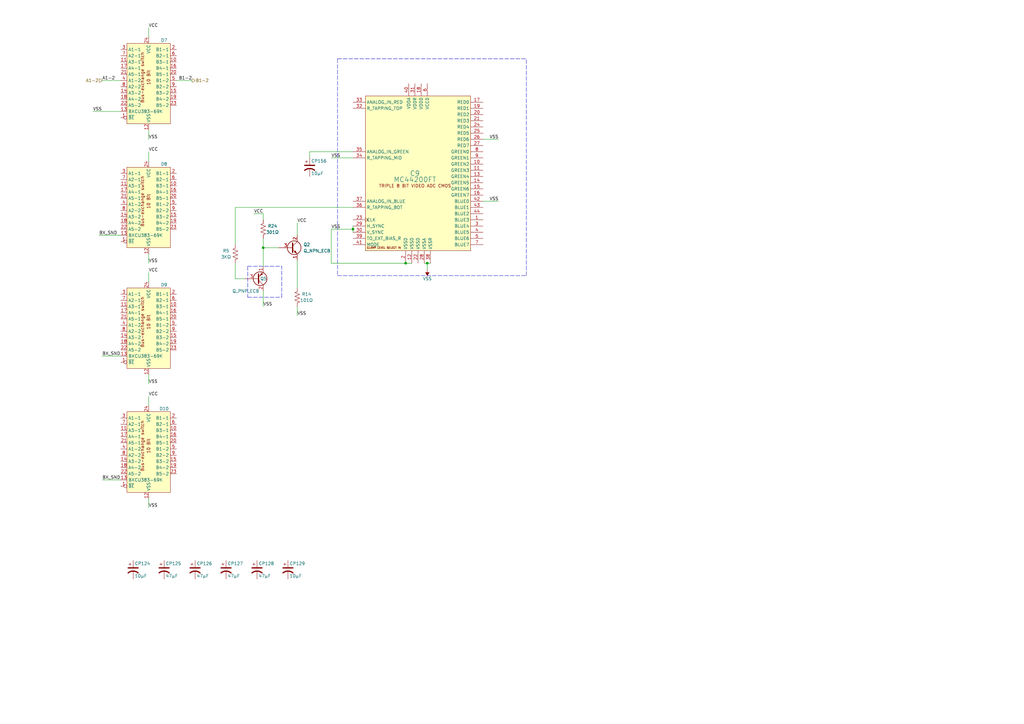
<source format=kicad_sch>
(kicad_sch (version 20211123) (generator eeschema)
  (paper "A3")
  (lib_symbols
    (symbol "CU383-69K_1"
      (property "Reference" "H1" (at 6.35 17.78 0))
      (property "Value" "CU383-69K_1" (at 0 -11.43 0))
      (symbol "CU383-69K_1_0_0"
        (text "10 Bit" (at 0 2.54 900) (effects (font (size 1.27 1.27))))
        (text "Bus-exchange switch" (at -2.54 2.54 900) (effects (font (size 1.27 1.27))))
      )
      (symbol "CU383-69K_1_0_1"
        (rectangle (start -8.89 16.51) (end 8.89 -16.51) (stroke (width 0.1524)) (fill (type background)))
      )
      (symbol "CU383-69K_1_1_1"
        (pin input inverted (at -11.43 -13.97 0) (length 2.54) (name "~{BE}") (number "1"))
        (pin bidirectional line (at 11.43 8.89 180) (length 2.54) (name "B3-1") (number "10"))
        (pin bidirectional line (at -11.43 8.89 0) (length 2.54) (name "A3-1") (number "11"))
        (pin power_in line (at 0 -19.05 90) (length 2.54) (name "VSS") (number "12"))
        (pin input line (at -11.43 -11.43 0) (length 2.54) (name "BX") (number "13"))
        (pin bidirectional line (at -11.43 -3.81 0) (length 2.54) (name "A3-2") (number "14"))
        (pin bidirectional line (at 11.43 -3.81 180) (length 2.54) (name "B3-2") (number "15"))
        (pin bidirectional line (at 11.43 6.35 180) (length 2.54) (name "B4-1") (number "16"))
        (pin bidirectional line (at -11.43 6.35 0) (length 2.54) (name "A4-1") (number "17"))
        (pin bidirectional line (at -11.43 -6.35 0) (length 2.54) (name "A4-2") (number "18"))
        (pin bidirectional line (at 11.43 -6.35 180) (length 2.54) (name "B4-2") (number "19"))
        (pin bidirectional line (at 11.43 13.97 180) (length 2.54) (name "B1-1") (number "2"))
        (pin bidirectional line (at 11.43 3.81 180) (length 2.54) (name "B5-1") (number "20"))
        (pin bidirectional line (at -11.43 3.81 0) (length 2.54) (name "A5-1") (number "21"))
        (pin bidirectional line (at -11.43 -8.89 0) (length 2.54) (name "A5-2") (number "22"))
        (pin bidirectional line (at 11.43 -8.89 180) (length 2.54) (name "B5-2") (number "23"))
        (pin power_in line (at 0 19.05 270) (length 2.54) (name "VCC") (number "24"))
        (pin bidirectional line (at -11.43 13.97 0) (length 2.54) (name "A1-1") (number "3"))
        (pin bidirectional line (at -11.43 1.27 0) (length 2.54) (name "A1-2") (number "4"))
        (pin bidirectional line (at 11.43 1.27 180) (length 2.54) (name "B1-2") (number "5"))
        (pin bidirectional line (at 11.43 11.43 180) (length 2.54) (name "B2-1") (number "6"))
        (pin bidirectional line (at -11.43 11.43 0) (length 2.54) (name "A2-1") (number "7"))
        (pin bidirectional line (at -11.43 -1.27 0) (length 2.54) (name "A2-2") (number "8"))
        (pin bidirectional line (at 11.43 -1.27 180) (length 2.54) (name "B2-2") (number "9"))
      )
    )
    (symbol "CU383-69K_2"
      (property "Reference" "H1" (at 6.35 17.78 0))
      (property "Value" "CU383-69K_2" (at 0 -11.43 0))
      (symbol "CU383-69K_2_0_0"
        (text "10 Bit" (at 0 2.54 900) (effects (font (size 1.27 1.27))))
        (text "Bus-exchange switch" (at -2.54 2.54 900) (effects (font (size 1.27 1.27))))
      )
      (symbol "CU383-69K_2_0_1"
        (rectangle (start -8.89 16.51) (end 8.89 -16.51) (stroke (width 0.1524)) (fill (type background)))
      )
      (symbol "CU383-69K_2_1_1"
        (pin input inverted (at -11.43 -13.97 0) (length 2.54) (name "~{BE}") (number "1"))
        (pin bidirectional line (at 11.43 8.89 180) (length 2.54) (name "B3-1") (number "10"))
        (pin bidirectional line (at -11.43 8.89 0) (length 2.54) (name "A3-1") (number "11"))
        (pin power_in line (at 0 -19.05 90) (length 2.54) (name "VSS") (number "12"))
        (pin input line (at -11.43 -11.43 0) (length 2.54) (name "BX") (number "13"))
        (pin bidirectional line (at -11.43 -3.81 0) (length 2.54) (name "A3-2") (number "14"))
        (pin bidirectional line (at 11.43 -3.81 180) (length 2.54) (name "B3-2") (number "15"))
        (pin bidirectional line (at 11.43 6.35 180) (length 2.54) (name "B4-1") (number "16"))
        (pin bidirectional line (at -11.43 6.35 0) (length 2.54) (name "A4-1") (number "17"))
        (pin bidirectional line (at -11.43 -6.35 0) (length 2.54) (name "A4-2") (number "18"))
        (pin bidirectional line (at 11.43 -6.35 180) (length 2.54) (name "B4-2") (number "19"))
        (pin bidirectional line (at 11.43 13.97 180) (length 2.54) (name "B1-1") (number "2"))
        (pin bidirectional line (at 11.43 3.81 180) (length 2.54) (name "B5-1") (number "20"))
        (pin bidirectional line (at -11.43 3.81 0) (length 2.54) (name "A5-1") (number "21"))
        (pin bidirectional line (at -11.43 -8.89 0) (length 2.54) (name "A5-2") (number "22"))
        (pin bidirectional line (at 11.43 -8.89 180) (length 2.54) (name "B5-2") (number "23"))
        (pin power_in line (at 0 19.05 270) (length 2.54) (name "VCC") (number "24"))
        (pin bidirectional line (at -11.43 13.97 0) (length 2.54) (name "A1-1") (number "3"))
        (pin bidirectional line (at -11.43 1.27 0) (length 2.54) (name "A1-2") (number "4"))
        (pin bidirectional line (at 11.43 1.27 180) (length 2.54) (name "B1-2") (number "5"))
        (pin bidirectional line (at 11.43 11.43 180) (length 2.54) (name "B2-1") (number "6"))
        (pin bidirectional line (at -11.43 11.43 0) (length 2.54) (name "A2-1") (number "7"))
        (pin bidirectional line (at -11.43 -1.27 0) (length 2.54) (name "A2-2") (number "8"))
        (pin bidirectional line (at 11.43 -1.27 180) (length 2.54) (name "B2-2") (number "9"))
      )
    )
    (symbol "CU383-69K_3"
      (property "Reference" "H1" (at 6.35 17.78 0))
      (property "Value" "CU383-69K_3" (at 0 -11.43 0))
      (symbol "CU383-69K_3_0_0"
        (text "10 Bit" (at 0 2.54 900) (effects (font (size 1.27 1.27))))
        (text "Bus-exchange switch" (at -2.54 2.54 900) (effects (font (size 1.27 1.27))))
      )
      (symbol "CU383-69K_3_0_1"
        (rectangle (start -8.89 16.51) (end 8.89 -16.51) (stroke (width 0.1524)) (fill (type background)))
      )
      (symbol "CU383-69K_3_1_1"
        (pin input inverted (at -11.43 -13.97 0) (length 2.54) (name "~{BE}") (number "1"))
        (pin bidirectional line (at 11.43 8.89 180) (length 2.54) (name "B3-1") (number "10"))
        (pin bidirectional line (at -11.43 8.89 0) (length 2.54) (name "A3-1") (number "11"))
        (pin power_in line (at 0 -19.05 90) (length 2.54) (name "VSS") (number "12"))
        (pin input line (at -11.43 -11.43 0) (length 2.54) (name "BX") (number "13"))
        (pin bidirectional line (at -11.43 -3.81 0) (length 2.54) (name "A3-2") (number "14"))
        (pin bidirectional line (at 11.43 -3.81 180) (length 2.54) (name "B3-2") (number "15"))
        (pin bidirectional line (at 11.43 6.35 180) (length 2.54) (name "B4-1") (number "16"))
        (pin bidirectional line (at -11.43 6.35 0) (length 2.54) (name "A4-1") (number "17"))
        (pin bidirectional line (at -11.43 -6.35 0) (length 2.54) (name "A4-2") (number "18"))
        (pin bidirectional line (at 11.43 -6.35 180) (length 2.54) (name "B4-2") (number "19"))
        (pin bidirectional line (at 11.43 13.97 180) (length 2.54) (name "B1-1") (number "2"))
        (pin bidirectional line (at 11.43 3.81 180) (length 2.54) (name "B5-1") (number "20"))
        (pin bidirectional line (at -11.43 3.81 0) (length 2.54) (name "A5-1") (number "21"))
        (pin bidirectional line (at -11.43 -8.89 0) (length 2.54) (name "A5-2") (number "22"))
        (pin bidirectional line (at 11.43 -8.89 180) (length 2.54) (name "B5-2") (number "23"))
        (pin power_in line (at 0 19.05 270) (length 2.54) (name "VCC") (number "24"))
        (pin bidirectional line (at -11.43 13.97 0) (length 2.54) (name "A1-1") (number "3"))
        (pin bidirectional line (at -11.43 1.27 0) (length 2.54) (name "A1-2") (number "4"))
        (pin bidirectional line (at 11.43 1.27 180) (length 2.54) (name "B1-2") (number "5"))
        (pin bidirectional line (at 11.43 11.43 180) (length 2.54) (name "B2-1") (number "6"))
        (pin bidirectional line (at -11.43 11.43 0) (length 2.54) (name "A2-1") (number "7"))
        (pin bidirectional line (at -11.43 -1.27 0) (length 2.54) (name "A2-2") (number "8"))
        (pin bidirectional line (at 11.43 -1.27 180) (length 2.54) (name "B2-2") (number "9"))
      )
    )
    (symbol "Device:C_Polarized_US" (pin_numbers hide) (pin_names (offset 0.254) hide)
      (property "Reference" "C" (at 0.635 2.54 0))
      (property "Value" "C_Polarized_US" (at 0.635 -2.54 0))
      (symbol "C_Polarized_US_0_1"
        (polyline (pts (xy -2.032 0.762) (xy 2.032 0.762)) (stroke (width 0.508)))
        (polyline (pts (xy -1.778 2.286) (xy -0.762 2.286)))
        (polyline (pts (xy -1.27 1.778) (xy -1.27 2.794)))
        (arc (start 2.032 -1.27) (mid 0 -0.5572) (end -2.032 -1.27) (stroke (width 0.508)))
      )
      (symbol "C_Polarized_US_1_1"
        (pin passive line (at 0 3.81 270) (length 2.794) (name "~") (number "1"))
        (pin passive line (at 0 -3.81 90) (length 3.302) (name "~") (number "2"))
      )
    )
    (symbol "Device:Q_NPN_ECB" (pin_names (offset 0) hide)
      (property "Reference" "Q" (at 5.08 1.27 0))
      (property "Value" "Q_NPN_ECB" (at 5.08 -1.27 0))
      (symbol "Q_NPN_ECB_0_1"
        (polyline (pts (xy 0.635 0.635) (xy 2.54 2.54)))
        (polyline (pts (xy 0.635 -0.635) (xy 2.54 -2.54) (xy 2.54 -2.54)))
        (polyline (pts (xy 0.635 1.905) (xy 0.635 -1.905) (xy 0.635 -1.905)) (stroke (width 0.508)))
        (polyline (pts (xy 1.27 -1.778) (xy 1.778 -1.27) (xy 2.286 -2.286) (xy 1.27 -1.778) (xy 1.27 -1.778)) (fill (type outline)))
        (circle (center 1.27 0) (radius 2.8194) (stroke (width 0.254)))
      )
      (symbol "Q_NPN_ECB_1_1"
        (pin passive line (at 2.54 -5.08 90) (length 2.54) (name "E") (number "1"))
        (pin passive line (at 2.54 5.08 270) (length 2.54) (name "C") (number "2"))
        (pin passive line (at -5.08 0 0) (length 5.715) (name "B") (number "3"))
      )
    )
    (symbol "Device:Q_PNP_ECB" (pin_names (offset 0) hide)
      (property "Reference" "Q" (at 5.08 1.27 0))
      (property "Value" "Q_PNP_ECB" (at 5.08 -1.27 0))
      (symbol "Q_PNP_ECB_0_1"
        (polyline (pts (xy 0.635 0.635) (xy 2.54 2.54)))
        (polyline (pts (xy 0.635 -0.635) (xy 2.54 -2.54) (xy 2.54 -2.54)))
        (polyline (pts (xy 0.635 1.905) (xy 0.635 -1.905) (xy 0.635 -1.905)) (stroke (width 0.508)))
        (polyline (pts (xy 2.286 -1.778) (xy 1.778 -2.286) (xy 1.27 -1.27) (xy 2.286 -1.778) (xy 2.286 -1.778)) (fill (type outline)))
        (circle (center 1.27 0) (radius 2.8194) (stroke (width 0.254)))
      )
      (symbol "Q_PNP_ECB_1_1"
        (pin passive line (at 2.54 -5.08 90) (length 2.54) (name "E") (number "1"))
        (pin passive line (at 2.54 5.08 270) (length 2.54) (name "C") (number "2"))
        (pin input line (at -5.08 0 0) (length 5.715) (name "B") (number "3"))
      )
    )
    (symbol "Device:R_US" (pin_numbers hide) (pin_names (offset 0))
      (property "Reference" "R" (at 2.54 0 90))
      (property "Value" "R_US" (at -2.54 0 90))
      (symbol "R_US_0_1"
        (polyline (pts (xy 0 -2.286) (xy 0 -2.54)))
        (polyline (pts (xy 0 2.286) (xy 0 2.54)))
        (polyline (pts (xy 0 -0.762) (xy 1.016 -1.143) (xy 0 -1.524) (xy -1.016 -1.905) (xy 0 -2.286)))
        (polyline (pts (xy 0 0.762) (xy 1.016 0.381) (xy 0 0) (xy -1.016 -0.381) (xy 0 -0.762)))
        (polyline (pts (xy 0 2.286) (xy 1.016 1.905) (xy 0 1.524) (xy -1.016 1.143) (xy 0 0.762)))
      )
      (symbol "R_US_1_1"
        (pin passive line (at 0 3.81 270) (length 1.27) (name "~") (number "1"))
        (pin passive line (at 0 -3.81 90) (length 1.27) (name "~") (number "2"))
      )
    )
    (symbol "arcade:CU383-69K"
      (property "Reference" "H1" (at 6.35 17.78 0))
      (property "Value" "CU383-69K" (at 0 -11.43 0))
      (symbol "CU383-69K_0_0"
        (text "10 Bit" (at 0 2.54 900) (effects (font (size 1.27 1.27))))
        (text "Bus-exchange switch" (at -2.54 2.54 900) (effects (font (size 1.27 1.27))))
      )
      (symbol "CU383-69K_0_1"
        (rectangle (start -8.89 16.51) (end 8.89 -16.51) (stroke (width 0.1524)) (fill (type background)))
      )
      (symbol "CU383-69K_1_1"
        (pin input inverted (at -11.43 -13.97 0) (length 2.54) (name "~{BE}") (number "1"))
        (pin bidirectional line (at 11.43 8.89 180) (length 2.54) (name "B3-1") (number "10"))
        (pin bidirectional line (at -11.43 8.89 0) (length 2.54) (name "A3-1") (number "11"))
        (pin power_in line (at 0 -19.05 90) (length 2.54) (name "VSS") (number "12"))
        (pin input line (at -11.43 -11.43 0) (length 2.54) (name "BX") (number "13"))
        (pin bidirectional line (at -11.43 -3.81 0) (length 2.54) (name "A3-2") (number "14"))
        (pin bidirectional line (at 11.43 -3.81 180) (length 2.54) (name "B3-2") (number "15"))
        (pin bidirectional line (at 11.43 6.35 180) (length 2.54) (name "B4-1") (number "16"))
        (pin bidirectional line (at -11.43 6.35 0) (length 2.54) (name "A4-1") (number "17"))
        (pin bidirectional line (at -11.43 -6.35 0) (length 2.54) (name "A4-2") (number "18"))
        (pin bidirectional line (at 11.43 -6.35 180) (length 2.54) (name "B4-2") (number "19"))
        (pin bidirectional line (at 11.43 13.97 180) (length 2.54) (name "B1-1") (number "2"))
        (pin bidirectional line (at 11.43 3.81 180) (length 2.54) (name "B5-1") (number "20"))
        (pin bidirectional line (at -11.43 3.81 0) (length 2.54) (name "A5-1") (number "21"))
        (pin bidirectional line (at -11.43 -8.89 0) (length 2.54) (name "A5-2") (number "22"))
        (pin bidirectional line (at 11.43 -8.89 180) (length 2.54) (name "B5-2") (number "23"))
        (pin power_in line (at 0 19.05 270) (length 2.54) (name "VCC") (number "24"))
        (pin bidirectional line (at -11.43 13.97 0) (length 2.54) (name "A1-1") (number "3"))
        (pin bidirectional line (at -11.43 1.27 0) (length 2.54) (name "A1-2") (number "4"))
        (pin bidirectional line (at 11.43 1.27 180) (length 2.54) (name "B1-2") (number "5"))
        (pin bidirectional line (at 11.43 11.43 180) (length 2.54) (name "B2-1") (number "6"))
        (pin bidirectional line (at -11.43 11.43 0) (length 2.54) (name "A2-1") (number "7"))
        (pin bidirectional line (at -11.43 -1.27 0) (length 2.54) (name "A2-2") (number "8"))
        (pin bidirectional line (at 11.43 -1.27 180) (length 2.54) (name "B2-2") (number "9"))
      )
    )
    (symbol "arcade:MC44200FT"
      (property "Reference" "U" (at -1.27 3.81 0))
      (property "Value" "MC44200FT" (at -1.27 1.27 0))
      (symbol "MC44200FT_0_0"
        (text "CLAMP LEVEL SELECT IN" (at -13.97 -26.67 0) (effects (font (size 0.762 0.762))))
        (text "TRIPLE 8 BIT VIDEO ADC CMOS" (at -1.27 -1.27 0) (effects (font (size 1.27 1.27))))
      )
      (symbol "MC44200FT_0_1"
        (rectangle (start -21.59 35.56) (end 21.59 -27.94) (stroke (width 0.1524)) (fill (type background)))
      )
      (symbol "MC44200FT_1_1"
        (pin output line (at 26.67 -15.24 180) (length 5.08) (name "BLUE3") (number "1"))
        (pin output line (at 26.67 7.62 180) (length 5.08) (name "GREEN2") (number "10"))
        (pin output line (at 26.67 5.08 180) (length 5.08) (name "GREEN3") (number "11"))
        (pin power_in line (at -2.54 -33.02 90) (length 5.08) (name "VSSD") (number "12"))
        (pin output line (at 26.67 2.54 180) (length 5.08) (name "GREEN4") (number "13"))
        (pin output line (at 26.67 0 180) (length 5.08) (name "GREEN5") (number "14"))
        (pin output line (at 26.67 -2.54 180) (length 5.08) (name "GREEN6") (number "15"))
        (pin output line (at 26.67 -5.08 180) (length 5.08) (name "GREEN7") (number "16"))
        (pin output line (at 26.67 33.02 180) (length 5.08) (name "RED0") (number "17"))
        (pin power_in line (at 1.27 40.64 270) (length 5.08) (name "VDDD") (number "18"))
        (pin output line (at 26.67 30.48 180) (length 5.08) (name "RED1") (number "19"))
        (pin power_in line (at -5.08 -33.02 90) (length 5.08) (name "VSSD") (number "2"))
        (pin output line (at 26.67 27.94 180) (length 5.08) (name "RED2") (number "20"))
        (pin output line (at 26.67 25.4 180) (length 5.08) (name "RED3") (number "21"))
        (pin power_in line (at 0 -33.02 90) (length 5.08) (name "VSSD") (number "22"))
        (pin input clock (at -26.67 -15.24 0) (length 5.08) (name "CLK") (number "23"))
        (pin output line (at 26.67 22.86 180) (length 5.08) (name "RED4") (number "24"))
        (pin output line (at 26.67 20.32 180) (length 5.08) (name "RED5") (number "25"))
        (pin output line (at 26.67 17.78 180) (length 5.08) (name "RED6") (number "26"))
        (pin output line (at 26.67 15.24 180) (length 5.08) (name "RED7") (number "27"))
        (pin power_in line (at 2.54 -33.02 90) (length 5.08) (name "VSSA") (number "28"))
        (pin input line (at -26.67 -17.78 0) (length 5.08) (name "H_SYNC") (number "29"))
        (pin output line (at 26.67 -17.78 180) (length 5.08) (name "BLUE4") (number "3"))
        (pin input line (at -26.67 -20.32 0) (length 5.08) (name "V_SYNC") (number "30"))
        (pin power_in line (at -1.27 40.64 270) (length 5.08) (name "VDDR") (number "31"))
        (pin input line (at -26.67 30.48 0) (length 5.08) (name "R_TAPPING_TOP") (number "32"))
        (pin input line (at -26.67 33.02 0) (length 5.08) (name "ANALOG_IN_RED") (number "33"))
        (pin input line (at -26.67 10.16 0) (length 5.08) (name "R_TAPPING_MID") (number "34"))
        (pin input line (at -26.67 12.7 0) (length 5.08) (name "ANALOG_IN_GREEN") (number "35"))
        (pin input line (at -26.67 -10.16 0) (length 5.08) (name "R_TAPPING_BOT") (number "36"))
        (pin input line (at -26.67 -7.62 0) (length 5.08) (name "ANALOG_IN_BLUE") (number "37"))
        (pin power_in line (at 5.08 -33.02 90) (length 5.08) (name "VSSR") (number "38"))
        (pin input line (at -26.67 -22.86 0) (length 5.08) (name "TO_EXT_BIAS_R") (number "39"))
        (pin output line (at 26.67 -20.32 180) (length 5.08) (name "BLUE5") (number "4"))
        (pin power_in line (at -3.81 40.64 270) (length 5.08) (name "VDDA") (number "40"))
        (pin input line (at -26.67 -25.4 0) (length 5.08) (name "MODE") (number "41"))
        (pin output line (at 26.67 -7.62 180) (length 5.08) (name "BLUE0") (number "42"))
        (pin output line (at 26.67 -10.16 180) (length 5.08) (name "BLUE1") (number "43"))
        (pin output line (at 26.67 -12.7 180) (length 5.08) (name "BLUE2") (number "44"))
        (pin output line (at 26.67 -22.86 180) (length 5.08) (name "BLUE6") (number "5"))
        (pin power_in line (at 3.81 40.64 270) (length 5.08) (name "VCCD") (number "6"))
        (pin output line (at 26.67 -25.4 180) (length 5.08) (name "BLUE7") (number "7"))
        (pin output line (at 26.67 12.7 180) (length 5.08) (name "GREEN0") (number "8"))
        (pin output line (at 26.67 10.16 180) (length 5.08) (name "GREEN1") (number "9"))
      )
    )
    (symbol "power:VSS" (power) (pin_names (offset 0))
      (property "Value" "VSS" (at 0 3.81 0))
      (symbol "VSS_0_1"
        (polyline (pts (xy 0 0) (xy 0 2.54)))
        (polyline (pts (xy 0.762 1.27) (xy -0.762 1.27) (xy 0 2.54) (xy 0.762 1.27)) (fill (type outline)))
      )
      (symbol "VSS_1_1"
        (pin power_in line (at 0 0 90) (length 0) hide (name "VSS") (number "1"))
      )
    )
  )
  (junction (at 107.95 101.6))
  (junction (at 144.78 93.98))
  (junction (at 166.37 107.95))
  (junction (at 175.26 107.95))
  (wire (pts (xy 173.99 107.95) (xy 175.26 107.95)))
  (wire (pts (xy 96.52 114.3) (xy 100.33 114.3)))
  (wire (pts (xy 144.78 92.71) (xy 144.78 93.98)))
  (wire (pts (xy 60.96 57.15) (xy 60.96 53.34)))
  (wire (pts (xy 96.52 107.95) (xy 96.52 114.3)))
  (wire (pts (xy 198.12 82.55) (xy 204.47 82.55)))
  (polyline (pts (xy 215.9 113.03) (xy 215.9 24.13)))
  (wire (pts (xy 121.92 91.44) (xy 121.92 96.52)))
  (wire (pts (xy 175.26 107.95) (xy 175.26 110.49)))
  (wire (pts (xy 96.52 85.09) (xy 96.52 100.33)))
  (wire (pts (xy 127 62.23) (xy 144.78 62.23)))
  (wire (pts (xy 144.78 93.98) (xy 144.78 95.25)))
  (polyline (pts (xy 101.6 109.22) (xy 101.6 121.92)))
  (wire (pts (xy 60.96 157.48) (xy 60.96 153.67)))
  (wire (pts (xy 72.39 33.02) (xy 78.74 33.02)))
  (wire (pts (xy 107.95 101.6) (xy 114.3 101.6)))
  (wire (pts (xy 135.89 93.98) (xy 135.89 107.95)))
  (wire (pts (xy 41.91 196.85) (xy 49.53 196.85)))
  (wire (pts (xy 121.92 106.68) (xy 121.92 118.11)))
  (wire (pts (xy 60.96 111.76) (xy 60.96 115.57)))
  (wire (pts (xy 38.1 45.72) (xy 49.53 45.72)))
  (polyline (pts (xy 115.57 121.92) (xy 115.57 109.22)))
  (wire (pts (xy 96.52 85.09) (xy 144.78 85.09)))
  (wire (pts (xy 107.95 101.6) (xy 107.95 109.22)))
  (wire (pts (xy 60.96 107.95) (xy 60.96 104.14)))
  (wire (pts (xy 166.37 107.95) (xy 168.91 107.95)))
  (wire (pts (xy 107.95 90.17) (xy 107.95 87.63)))
  (wire (pts (xy 60.96 11.43) (xy 60.96 15.24)))
  (polyline (pts (xy 101.6 109.22) (xy 115.57 109.22)))
  (polyline (pts (xy 138.43 24.13) (xy 138.43 113.03)))
  (wire (pts (xy 60.96 162.56) (xy 60.96 166.37)))
  (wire (pts (xy 41.91 33.02) (xy 49.53 33.02)))
  (wire (pts (xy 127 64.77) (xy 127 62.23)))
  (polyline (pts (xy 138.43 24.13) (xy 215.9 24.13)))
  (wire (pts (xy 198.12 57.15) (xy 204.47 57.15)))
  (polyline (pts (xy 101.6 121.92) (xy 115.57 121.92)))
  (wire (pts (xy 40.64 96.52) (xy 49.53 96.52)))
  (wire (pts (xy 107.95 97.79) (xy 107.95 101.6)))
  (wire (pts (xy 144.78 93.98) (xy 135.89 93.98)))
  (wire (pts (xy 107.95 119.38) (xy 107.95 125.73)))
  (wire (pts (xy 41.91 146.05) (xy 49.53 146.05)))
  (wire (pts (xy 121.92 125.73) (xy 121.92 129.54)))
  (wire (pts (xy 135.89 107.95) (xy 166.37 107.95)))
  (wire (pts (xy 104.14 87.63) (xy 107.95 87.63)))
  (wire (pts (xy 60.96 62.23) (xy 60.96 66.04)))
  (wire (pts (xy 175.26 107.95) (xy 176.53 107.95)))
  (polyline (pts (xy 138.43 113.03) (xy 215.9 113.03)))
  (wire (pts (xy 60.96 208.28) (xy 60.96 204.47)))
  (wire (pts (xy 144.78 64.77) (xy 135.89 64.77)))
  (label "BX_SND" (at 41.91 196.85 0))
  (label "VCC" (at 104.14 87.63 0))
  (label "VSS" (at 60.96 107.95 0))
  (label "VCC" (at 121.92 91.44 0))
  (label "VSS" (at 60.96 57.15 0))
  (label "VSS" (at 38.1 45.72 0))
  (label "VSS" (at 135.89 93.98 0))
  (label "VSS" (at 204.47 57.15 180))
  (label "VCC" (at 60.96 111.76 0))
  (label "VSS" (at 135.89 64.77 0))
  (label "BX_SND" (at 40.64 96.52 0))
  (label "VSS" (at 60.96 208.28 0))
  (label "BX_SND" (at 41.91 146.05 0))
  (label "VSS" (at 121.92 129.54 0))
  (label "VSS" (at 204.47 82.55 180))
  (label "VCC" (at 60.96 162.56 0))
  (label "VCC" (at 60.96 62.23 0))
  (label "A1-2" (at 41.91 33.02 0))
  (label "VSS" (at 107.95 125.73 0))
  (label "VSS" (at 60.96 157.48 0))
  (label "B1-2" (at 78.74 33.02 180))
  (label "VCC" (at 60.96 11.43 0))
  (hierarchical_label "B1-2" (shape output) (at 78.74 33.02 0))
  (hierarchical_label "A1-2" (shape input) (at 41.91 33.02 180))
  (symbol (lib_name "CU383-69K_1") (lib_id "arcade:CU383-69K") (at 60.96 185.42 0) (unit 1)
    (property "Reference" "D10" (at 67.31 167.64 0))
    (property "Value" "CU383-69K" (at 60.96 196.85 0))
    (property "Datasheet" "https://pdf1.alldatasheet.com/datasheet-pdf/view/164801/TI/CU383C.html" (effects hide))
  )
  (symbol (lib_id "power:VSS") (at 175.26 110.49 180) (unit 1)
    (property "Reference" "#PWR?" (effects hide))
    (property "Value" "VSS" (at 175.26 114.3 0))
  )
  (symbol (lib_id "Device:Q_PNP_ECB") (at 105.41 114.3 0) (mirror x) (unit 1)
    (property "Reference" "Q5" (at 106.68 114.3 0) (effects (justify left)))
    (property "Value" "Q_PNP_ECB" (at 95.25 119.38 0) (effects (justify left)))
  )
  (symbol (lib_id "Device:Q_NPN_ECB") (at 119.38 101.6 0) (unit 1)
    (property "Reference" "Q2" (at 124.46 100.33 0) (effects (justify left)))
    (property "Value" "Q_NPN_ECB" (at 124.46 102.87 0) (effects (justify left)))
  )
  (symbol (lib_name "CU383-69K_2") (lib_id "arcade:CU383-69K") (at 60.96 85.09 0) (unit 1)
    (property "Reference" "D8" (at 67.31 67.31 0))
    (property "Value" "CU383-69K" (at 60.96 96.52 0))
    (property "Datasheet" "https://pdf1.alldatasheet.com/datasheet-pdf/view/164801/TI/CU383C.html" (effects hide))
  )
  (symbol (lib_id "Device:C_Polarized_US") (at 92.71 233.68 0) (unit 1)
    (property "Reference" "CP127" (at 93.345 231.14 0) (effects (justify left)))
    (property "Value" "47μF" (at 93.345 236.22 0) (effects (justify left)))
  )
  (symbol (lib_id "Device:C_Polarized_US") (at 80.01 233.68 0) (unit 1)
    (property "Reference" "CP126" (at 80.645 231.14 0) (effects (justify left)))
    (property "Value" "47μF" (at 80.645 236.22 0) (effects (justify left)))
  )
  (symbol (lib_id "Device:C_Polarized_US") (at 127 68.58 0) (unit 1)
    (property "Reference" "CP156" (at 127.635 66.04 0) (effects (justify left)))
    (property "Value" "10μF" (at 127.635 71.12 0) (effects (justify left)))
  )
  (symbol (lib_id "Device:C_Polarized_US") (at 54.61 233.68 0) (unit 1)
    (property "Reference" "CP124" (at 55.245 231.14 0) (effects (justify left)))
    (property "Value" "10μF" (at 55.245 236.22 0) (effects (justify left)))
  )
  (symbol (lib_id "Device:R_US") (at 121.92 121.92 0) (mirror x) (unit 1)
    (property "Reference" "R14" (at 125.73 120.65 0))
    (property "Value" "101Ω" (at 125.73 123.19 0))
  )
  (symbol (lib_id "Device:R_US") (at 96.52 104.14 0) (mirror y) (unit 1)
    (property "Reference" "R5" (at 92.71 102.87 0))
    (property "Value" "3KΩ" (at 92.71 105.41 0))
  )
  (symbol (lib_name "CU383-69K_3") (lib_id "arcade:CU383-69K") (at 60.96 34.29 0) (unit 1)
    (property "Reference" "D7" (at 67.31 16.51 0))
    (property "Value" "CU383-69K" (at 60.96 45.72 0))
    (property "Datasheet" "https://pdf1.alldatasheet.com/datasheet-pdf/view/164801/TI/CU383C.html" (effects hide))
  )
  (symbol (lib_id "Device:C_Polarized_US") (at 67.31 233.68 0) (unit 1)
    (property "Reference" "CP125" (at 67.945 231.14 0) (effects (justify left)))
    (property "Value" "47μF" (at 67.945 236.22 0) (effects (justify left)))
  )
  (symbol (lib_id "Device:C_Polarized_US") (at 105.41 233.68 0) (unit 1)
    (property "Reference" "CP128" (at 106.045 231.14 0) (effects (justify left)))
    (property "Value" "47μF" (at 106.045 236.22 0) (effects (justify left)))
  )
  (symbol (lib_id "arcade:CU383-69K") (at 60.96 134.62 0) (unit 1)
    (property "Reference" "D9" (at 67.31 116.84 0))
    (property "Value" "CU383-69K" (at 60.96 146.05 0))
    (property "Datasheet" "https://pdf1.alldatasheet.com/datasheet-pdf/view/164801/TI/CU383C.html" (effects hide))
  )
  (symbol (lib_id "Device:C_Polarized_US") (at 118.11 233.68 0) (unit 1)
    (property "Reference" "CP129" (at 118.745 231.14 0) (effects (justify left)))
    (property "Value" "10μF" (at 118.745 236.22 0) (effects (justify left)))
  )
  (symbol (lib_id "Device:R_US") (at 107.95 93.98 0) (mirror x) (unit 1)
    (property "Reference" "R24" (at 111.76 92.71 0))
    (property "Value" "301Ω" (at 111.76 95.25 0))
  )
  (symbol (lib_id "arcade:MC44200FT") (at 171.45 74.93 0) (unit 1)
    (property "Reference" "C9" (at 170.18 71.12 0) (effects (font (size 2.032 2.032))))
    (property "Value" "MC44200FT" (at 170.18 73.66 0) (effects (font (size 2.032 2.032))))
    (property "Datasheet" "https://html.alldatasheet.net/html-pdf/156023/MOTOROLA/MC44250FN/386/1/MC44250FN.html" (effects hide))
  )
)
</source>
